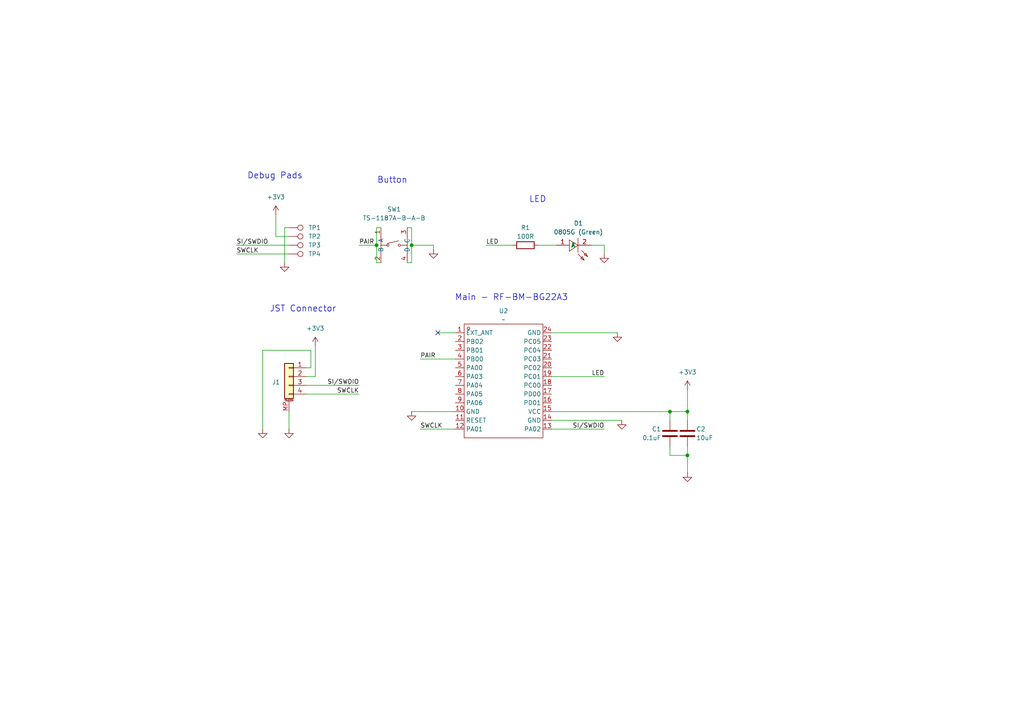
<source format=kicad_sch>
(kicad_sch
	(version 20250114)
	(generator "eeschema")
	(generator_version "9.0")
	(uuid "7c3d1c8e-55bc-4cdc-b9bc-12b66c58da63")
	(paper "A4")
	(title_block
		(title "WavePhoenix Mini Receiver MSBM Altboard")
		(date "2025-06-14")
		(rev "1.2")
	)
	(lib_symbols
		(symbol "Connector:TestPoint"
			(pin_numbers
				(hide yes)
			)
			(pin_names
				(offset 0.762)
				(hide yes)
			)
			(exclude_from_sim no)
			(in_bom yes)
			(on_board yes)
			(property "Reference" "TP"
				(at 0 6.858 0)
				(effects
					(font
						(size 1.27 1.27)
					)
				)
			)
			(property "Value" "TestPoint"
				(at 0 5.08 0)
				(effects
					(font
						(size 1.27 1.27)
					)
				)
			)
			(property "Footprint" ""
				(at 5.08 0 0)
				(effects
					(font
						(size 1.27 1.27)
					)
					(hide yes)
				)
			)
			(property "Datasheet" "~"
				(at 5.08 0 0)
				(effects
					(font
						(size 1.27 1.27)
					)
					(hide yes)
				)
			)
			(property "Description" "test point"
				(at 0 0 0)
				(effects
					(font
						(size 1.27 1.27)
					)
					(hide yes)
				)
			)
			(property "ki_keywords" "test point tp"
				(at 0 0 0)
				(effects
					(font
						(size 1.27 1.27)
					)
					(hide yes)
				)
			)
			(property "ki_fp_filters" "Pin* Test*"
				(at 0 0 0)
				(effects
					(font
						(size 1.27 1.27)
					)
					(hide yes)
				)
			)
			(symbol "TestPoint_0_1"
				(circle
					(center 0 3.302)
					(radius 0.762)
					(stroke
						(width 0)
						(type default)
					)
					(fill
						(type none)
					)
				)
			)
			(symbol "TestPoint_1_1"
				(pin passive line
					(at 0 0 90)
					(length 2.54)
					(name "1"
						(effects
							(font
								(size 1.27 1.27)
							)
						)
					)
					(number "1"
						(effects
							(font
								(size 1.27 1.27)
							)
						)
					)
				)
			)
			(embedded_fonts no)
		)
		(symbol "Connector_Generic_MountingPin:Conn_01x04_MountingPin"
			(pin_names
				(offset 1.016)
				(hide yes)
			)
			(exclude_from_sim no)
			(in_bom yes)
			(on_board yes)
			(property "Reference" "J"
				(at 0 5.08 0)
				(effects
					(font
						(size 1.27 1.27)
					)
				)
			)
			(property "Value" "Conn_01x04_MountingPin"
				(at 1.27 -7.62 0)
				(effects
					(font
						(size 1.27 1.27)
					)
					(justify left)
				)
			)
			(property "Footprint" ""
				(at 0 0 0)
				(effects
					(font
						(size 1.27 1.27)
					)
					(hide yes)
				)
			)
			(property "Datasheet" "~"
				(at 0 0 0)
				(effects
					(font
						(size 1.27 1.27)
					)
					(hide yes)
				)
			)
			(property "Description" "Generic connectable mounting pin connector, single row, 01x04, script generated (kicad-library-utils/schlib/autogen/connector/)"
				(at 0 0 0)
				(effects
					(font
						(size 1.27 1.27)
					)
					(hide yes)
				)
			)
			(property "ki_keywords" "connector"
				(at 0 0 0)
				(effects
					(font
						(size 1.27 1.27)
					)
					(hide yes)
				)
			)
			(property "ki_fp_filters" "Connector*:*_1x??-1MP*"
				(at 0 0 0)
				(effects
					(font
						(size 1.27 1.27)
					)
					(hide yes)
				)
			)
			(symbol "Conn_01x04_MountingPin_1_1"
				(rectangle
					(start -1.27 3.81)
					(end 1.27 -6.35)
					(stroke
						(width 0.254)
						(type default)
					)
					(fill
						(type background)
					)
				)
				(rectangle
					(start -1.27 2.667)
					(end 0 2.413)
					(stroke
						(width 0.1524)
						(type default)
					)
					(fill
						(type none)
					)
				)
				(rectangle
					(start -1.27 0.127)
					(end 0 -0.127)
					(stroke
						(width 0.1524)
						(type default)
					)
					(fill
						(type none)
					)
				)
				(rectangle
					(start -1.27 -2.413)
					(end 0 -2.667)
					(stroke
						(width 0.1524)
						(type default)
					)
					(fill
						(type none)
					)
				)
				(rectangle
					(start -1.27 -4.953)
					(end 0 -5.207)
					(stroke
						(width 0.1524)
						(type default)
					)
					(fill
						(type none)
					)
				)
				(polyline
					(pts
						(xy -1.016 -7.112) (xy 1.016 -7.112)
					)
					(stroke
						(width 0.1524)
						(type default)
					)
					(fill
						(type none)
					)
				)
				(text "Mounting"
					(at 0 -6.731 0)
					(effects
						(font
							(size 0.381 0.381)
						)
					)
				)
				(pin passive line
					(at -5.08 2.54 0)
					(length 3.81)
					(name "Pin_1"
						(effects
							(font
								(size 1.27 1.27)
							)
						)
					)
					(number "1"
						(effects
							(font
								(size 1.27 1.27)
							)
						)
					)
				)
				(pin passive line
					(at -5.08 0 0)
					(length 3.81)
					(name "Pin_2"
						(effects
							(font
								(size 1.27 1.27)
							)
						)
					)
					(number "2"
						(effects
							(font
								(size 1.27 1.27)
							)
						)
					)
				)
				(pin passive line
					(at -5.08 -2.54 0)
					(length 3.81)
					(name "Pin_3"
						(effects
							(font
								(size 1.27 1.27)
							)
						)
					)
					(number "3"
						(effects
							(font
								(size 1.27 1.27)
							)
						)
					)
				)
				(pin passive line
					(at -5.08 -5.08 0)
					(length 3.81)
					(name "Pin_4"
						(effects
							(font
								(size 1.27 1.27)
							)
						)
					)
					(number "4"
						(effects
							(font
								(size 1.27 1.27)
							)
						)
					)
				)
				(pin passive line
					(at 0 -10.16 90)
					(length 3.048)
					(name "MountPin"
						(effects
							(font
								(size 1.27 1.27)
							)
						)
					)
					(number "MP"
						(effects
							(font
								(size 1.27 1.27)
							)
						)
					)
				)
			)
			(embedded_fonts no)
		)
		(symbol "Device:C"
			(pin_numbers
				(hide yes)
			)
			(pin_names
				(offset 0.254)
			)
			(exclude_from_sim no)
			(in_bom yes)
			(on_board yes)
			(property "Reference" "C"
				(at 0.635 2.54 0)
				(effects
					(font
						(size 1.27 1.27)
					)
					(justify left)
				)
			)
			(property "Value" "C"
				(at 0.635 -2.54 0)
				(effects
					(font
						(size 1.27 1.27)
					)
					(justify left)
				)
			)
			(property "Footprint" ""
				(at 0.9652 -3.81 0)
				(effects
					(font
						(size 1.27 1.27)
					)
					(hide yes)
				)
			)
			(property "Datasheet" "~"
				(at 0 0 0)
				(effects
					(font
						(size 1.27 1.27)
					)
					(hide yes)
				)
			)
			(property "Description" "Unpolarized capacitor"
				(at 0 0 0)
				(effects
					(font
						(size 1.27 1.27)
					)
					(hide yes)
				)
			)
			(property "ki_keywords" "cap capacitor"
				(at 0 0 0)
				(effects
					(font
						(size 1.27 1.27)
					)
					(hide yes)
				)
			)
			(property "ki_fp_filters" "C_*"
				(at 0 0 0)
				(effects
					(font
						(size 1.27 1.27)
					)
					(hide yes)
				)
			)
			(symbol "C_0_1"
				(polyline
					(pts
						(xy -2.032 0.762) (xy 2.032 0.762)
					)
					(stroke
						(width 0.508)
						(type default)
					)
					(fill
						(type none)
					)
				)
				(polyline
					(pts
						(xy -2.032 -0.762) (xy 2.032 -0.762)
					)
					(stroke
						(width 0.508)
						(type default)
					)
					(fill
						(type none)
					)
				)
			)
			(symbol "C_1_1"
				(pin passive line
					(at 0 3.81 270)
					(length 2.794)
					(name "~"
						(effects
							(font
								(size 1.27 1.27)
							)
						)
					)
					(number "1"
						(effects
							(font
								(size 1.27 1.27)
							)
						)
					)
				)
				(pin passive line
					(at 0 -3.81 90)
					(length 2.794)
					(name "~"
						(effects
							(font
								(size 1.27 1.27)
							)
						)
					)
					(number "2"
						(effects
							(font
								(size 1.27 1.27)
							)
						)
					)
				)
			)
			(embedded_fonts no)
		)
		(symbol "Device:R"
			(pin_numbers
				(hide yes)
			)
			(pin_names
				(offset 0)
			)
			(exclude_from_sim no)
			(in_bom yes)
			(on_board yes)
			(property "Reference" "R"
				(at 2.032 0 90)
				(effects
					(font
						(size 1.27 1.27)
					)
				)
			)
			(property "Value" "R"
				(at 0 0 90)
				(effects
					(font
						(size 1.27 1.27)
					)
				)
			)
			(property "Footprint" ""
				(at -1.778 0 90)
				(effects
					(font
						(size 1.27 1.27)
					)
					(hide yes)
				)
			)
			(property "Datasheet" "~"
				(at 0 0 0)
				(effects
					(font
						(size 1.27 1.27)
					)
					(hide yes)
				)
			)
			(property "Description" "Resistor"
				(at 0 0 0)
				(effects
					(font
						(size 1.27 1.27)
					)
					(hide yes)
				)
			)
			(property "ki_keywords" "R res resistor"
				(at 0 0 0)
				(effects
					(font
						(size 1.27 1.27)
					)
					(hide yes)
				)
			)
			(property "ki_fp_filters" "R_*"
				(at 0 0 0)
				(effects
					(font
						(size 1.27 1.27)
					)
					(hide yes)
				)
			)
			(symbol "R_0_1"
				(rectangle
					(start -1.016 -2.54)
					(end 1.016 2.54)
					(stroke
						(width 0.254)
						(type default)
					)
					(fill
						(type none)
					)
				)
			)
			(symbol "R_1_1"
				(pin passive line
					(at 0 3.81 270)
					(length 1.27)
					(name "~"
						(effects
							(font
								(size 1.27 1.27)
							)
						)
					)
					(number "1"
						(effects
							(font
								(size 1.27 1.27)
							)
						)
					)
				)
				(pin passive line
					(at 0 -3.81 90)
					(length 1.27)
					(name "~"
						(effects
							(font
								(size 1.27 1.27)
							)
						)
					)
					(number "2"
						(effects
							(font
								(size 1.27 1.27)
							)
						)
					)
				)
			)
			(embedded_fonts no)
		)
		(symbol "LED:0805G(Green)"
			(exclude_from_sim no)
			(in_bom yes)
			(on_board yes)
			(property "Reference" "LED"
				(at 0 5.08 0)
				(effects
					(font
						(size 1.27 1.27)
					)
				)
			)
			(property "Value" "0805G (Green)"
				(at 0 -5.08 0)
				(effects
					(font
						(size 1.27 1.27)
					)
				)
			)
			(property "Footprint" "easyeda2kicad:LED0805-R-RD"
				(at 0 -7.62 0)
				(effects
					(font
						(size 1.27 1.27)
					)
					(hide yes)
				)
			)
			(property "Datasheet" "https://lcsc.com/product-detail/Light-Emitting-Diodes-LED_Green-0805-Highlighted_C2297.html"
				(at 0 -10.16 0)
				(effects
					(font
						(size 1.27 1.27)
					)
					(hide yes)
				)
			)
			(property "Description" ""
				(at 0 0 0)
				(effects
					(font
						(size 1.27 1.27)
					)
					(hide yes)
				)
			)
			(property "LCSC Part" "C2297"
				(at 0 -12.7 0)
				(effects
					(font
						(size 1.27 1.27)
					)
					(hide yes)
				)
			)
			(symbol "0805G(Green)_0_1"
				(polyline
					(pts
						(xy -4.06 3.3) (xy -3.05 2.79) (xy -3.56 2.29) (xy -4.06 3.3)
					)
					(stroke
						(width 0)
						(type default)
					)
					(fill
						(type background)
					)
				)
				(polyline
					(pts
						(xy -3.05 4.32) (xy -2.03 3.81) (xy -2.54 3.3) (xy -3.05 4.32)
					)
					(stroke
						(width 0)
						(type default)
					)
					(fill
						(type background)
					)
				)
				(polyline
					(pts
						(xy -2.29 1.52) (xy -4.06 3.3)
					)
					(stroke
						(width 0)
						(type default)
					)
					(fill
						(type none)
					)
				)
				(polyline
					(pts
						(xy -1.27 2.54) (xy -3.05 4.32)
					)
					(stroke
						(width 0)
						(type default)
					)
					(fill
						(type none)
					)
				)
				(polyline
					(pts
						(xy -1.27 2.03) (xy -1.27 -2.03)
					)
					(stroke
						(width 0)
						(type default)
					)
					(fill
						(type none)
					)
				)
				(polyline
					(pts
						(xy 1.27 -1.52) (xy -1.27 0) (xy 1.27 1.78) (xy 1.27 -1.52)
					)
					(stroke
						(width 0)
						(type default)
					)
					(fill
						(type background)
					)
				)
				(pin unspecified line
					(at -5.08 0 0)
					(length 3.81)
					(name "K"
						(effects
							(font
								(size 1.27 1.27)
							)
						)
					)
					(number "2"
						(effects
							(font
								(size 1.27 1.27)
							)
						)
					)
				)
				(pin unspecified line
					(at 5.08 0 180)
					(length 3.81)
					(name "A"
						(effects
							(font
								(size 1.27 1.27)
							)
						)
					)
					(number "1"
						(effects
							(font
								(size 1.27 1.27)
							)
						)
					)
				)
			)
			(embedded_fonts no)
		)
		(symbol "RF-BM-BG22C3:RF-BM-BG22A3_C5441203"
			(exclude_from_sim no)
			(in_bom yes)
			(on_board yes)
			(property "Reference" "U"
				(at 0 0 0)
				(effects
					(font
						(size 1.27 1.27)
					)
				)
			)
			(property "Value" "RF-BM-BG22A3"
				(at 0 0 0)
				(effects
					(font
						(size 1.27 1.27)
					)
				)
			)
			(property "Footprint" "ProLib_pcs_2025-05-12:BULETM-SMD_RF-BM-BG22A1"
				(at 0 0 0)
				(effects
					(font
						(size 1.27 1.27)
					)
					(hide yes)
				)
			)
			(property "Datasheet" "https://atta.szlcsc.com/upload/public/pdf/source/20230331/DFB071C70F1AE8764859F6516F0622E9.pdf"
				(at 0 0 0)
				(effects
					(font
						(size 1.27 1.27)
					)
					(hide yes)
				)
			)
			(property "Description" ""
				(at 0 0 0)
				(effects
					(font
						(size 1.27 1.27)
					)
					(hide yes)
				)
			)
			(property "Manufacturer Part" "RF-BM-BG22A3"
				(at 0 0 0)
				(effects
					(font
						(size 1.27 1.27)
					)
					(hide yes)
				)
			)
			(property "Manufacturer" "RF-star(信驰达)"
				(at 0 0 0)
				(effects
					(font
						(size 1.27 1.27)
					)
					(hide yes)
				)
			)
			(property "Supplier Part" "C5441203"
				(at 0 0 0)
				(effects
					(font
						(size 1.27 1.27)
					)
					(hide yes)
				)
			)
			(property "Supplier" "LCSC"
				(at 0 0 0)
				(effects
					(font
						(size 1.27 1.27)
					)
					(hide yes)
				)
			)
			(property "LCSC Part Name" "EFR32BG22串口透传I2C透传蓝牙模块"
				(at 0 0 0)
				(effects
					(font
						(size 1.27 1.27)
					)
					(hide yes)
				)
			)
			(property "LCSC Part" "C5441203"
				(at 0 0 0)
				(effects
					(font
						(size 1.27 1.27)
					)
					(hide yes)
				)
			)
			(symbol "RF-BM-BG22A3_C5441203_1_0"
				(rectangle
					(start -11.43 16.51)
					(end 11.43 -16.51)
					(stroke
						(width 0)
						(type default)
					)
					(fill
						(type none)
					)
				)
				(circle
					(center -10.16 15.24)
					(radius 0.381)
					(stroke
						(width 0)
						(type default)
					)
					(fill
						(type none)
					)
				)
				(pin unspecified line
					(at -13.97 13.97 0)
					(length 2.54)
					(name "EXT_ANT"
						(effects
							(font
								(size 1.27 1.27)
							)
						)
					)
					(number "1"
						(effects
							(font
								(size 1.27 1.27)
							)
						)
					)
				)
				(pin unspecified line
					(at -13.97 11.43 0)
					(length 2.54)
					(name "PB02"
						(effects
							(font
								(size 1.27 1.27)
							)
						)
					)
					(number "2"
						(effects
							(font
								(size 1.27 1.27)
							)
						)
					)
				)
				(pin unspecified line
					(at -13.97 8.89 0)
					(length 2.54)
					(name "PB01"
						(effects
							(font
								(size 1.27 1.27)
							)
						)
					)
					(number "3"
						(effects
							(font
								(size 1.27 1.27)
							)
						)
					)
				)
				(pin unspecified line
					(at -13.97 6.35 0)
					(length 2.54)
					(name "PB00"
						(effects
							(font
								(size 1.27 1.27)
							)
						)
					)
					(number "4"
						(effects
							(font
								(size 1.27 1.27)
							)
						)
					)
				)
				(pin unspecified line
					(at -13.97 3.81 0)
					(length 2.54)
					(name "PA00"
						(effects
							(font
								(size 1.27 1.27)
							)
						)
					)
					(number "5"
						(effects
							(font
								(size 1.27 1.27)
							)
						)
					)
				)
				(pin unspecified line
					(at -13.97 1.27 0)
					(length 2.54)
					(name "PA03"
						(effects
							(font
								(size 1.27 1.27)
							)
						)
					)
					(number "6"
						(effects
							(font
								(size 1.27 1.27)
							)
						)
					)
				)
				(pin unspecified line
					(at -13.97 -1.27 0)
					(length 2.54)
					(name "PA04"
						(effects
							(font
								(size 1.27 1.27)
							)
						)
					)
					(number "7"
						(effects
							(font
								(size 1.27 1.27)
							)
						)
					)
				)
				(pin unspecified line
					(at -13.97 -3.81 0)
					(length 2.54)
					(name "PA05"
						(effects
							(font
								(size 1.27 1.27)
							)
						)
					)
					(number "8"
						(effects
							(font
								(size 1.27 1.27)
							)
						)
					)
				)
				(pin unspecified line
					(at -13.97 -6.35 0)
					(length 2.54)
					(name "PA06"
						(effects
							(font
								(size 1.27 1.27)
							)
						)
					)
					(number "9"
						(effects
							(font
								(size 1.27 1.27)
							)
						)
					)
				)
				(pin unspecified line
					(at -13.97 -8.89 0)
					(length 2.54)
					(name "GND"
						(effects
							(font
								(size 1.27 1.27)
							)
						)
					)
					(number "10"
						(effects
							(font
								(size 1.27 1.27)
							)
						)
					)
				)
				(pin unspecified line
					(at -13.97 -11.43 0)
					(length 2.54)
					(name "RESET"
						(effects
							(font
								(size 1.27 1.27)
							)
						)
					)
					(number "11"
						(effects
							(font
								(size 1.27 1.27)
							)
						)
					)
				)
				(pin unspecified line
					(at -13.97 -13.97 0)
					(length 2.54)
					(name "PA01"
						(effects
							(font
								(size 1.27 1.27)
							)
						)
					)
					(number "12"
						(effects
							(font
								(size 1.27 1.27)
							)
						)
					)
				)
				(pin unspecified line
					(at 13.97 13.97 180)
					(length 2.54)
					(name "GND"
						(effects
							(font
								(size 1.27 1.27)
							)
						)
					)
					(number "24"
						(effects
							(font
								(size 1.27 1.27)
							)
						)
					)
				)
				(pin unspecified line
					(at 13.97 11.43 180)
					(length 2.54)
					(name "PC05"
						(effects
							(font
								(size 1.27 1.27)
							)
						)
					)
					(number "23"
						(effects
							(font
								(size 1.27 1.27)
							)
						)
					)
				)
				(pin unspecified line
					(at 13.97 8.89 180)
					(length 2.54)
					(name "PC04"
						(effects
							(font
								(size 1.27 1.27)
							)
						)
					)
					(number "22"
						(effects
							(font
								(size 1.27 1.27)
							)
						)
					)
				)
				(pin unspecified line
					(at 13.97 6.35 180)
					(length 2.54)
					(name "PC03"
						(effects
							(font
								(size 1.27 1.27)
							)
						)
					)
					(number "21"
						(effects
							(font
								(size 1.27 1.27)
							)
						)
					)
				)
				(pin unspecified line
					(at 13.97 3.81 180)
					(length 2.54)
					(name "PC02"
						(effects
							(font
								(size 1.27 1.27)
							)
						)
					)
					(number "20"
						(effects
							(font
								(size 1.27 1.27)
							)
						)
					)
				)
				(pin unspecified line
					(at 13.97 1.27 180)
					(length 2.54)
					(name "PC01"
						(effects
							(font
								(size 1.27 1.27)
							)
						)
					)
					(number "19"
						(effects
							(font
								(size 1.27 1.27)
							)
						)
					)
				)
				(pin unspecified line
					(at 13.97 -1.27 180)
					(length 2.54)
					(name "PC00"
						(effects
							(font
								(size 1.27 1.27)
							)
						)
					)
					(number "18"
						(effects
							(font
								(size 1.27 1.27)
							)
						)
					)
				)
				(pin unspecified line
					(at 13.97 -3.81 180)
					(length 2.54)
					(name "PD00"
						(effects
							(font
								(size 1.27 1.27)
							)
						)
					)
					(number "17"
						(effects
							(font
								(size 1.27 1.27)
							)
						)
					)
				)
				(pin unspecified line
					(at 13.97 -6.35 180)
					(length 2.54)
					(name "PD01"
						(effects
							(font
								(size 1.27 1.27)
							)
						)
					)
					(number "16"
						(effects
							(font
								(size 1.27 1.27)
							)
						)
					)
				)
				(pin unspecified line
					(at 13.97 -8.89 180)
					(length 2.54)
					(name "VCC"
						(effects
							(font
								(size 1.27 1.27)
							)
						)
					)
					(number "15"
						(effects
							(font
								(size 1.27 1.27)
							)
						)
					)
				)
				(pin unspecified line
					(at 13.97 -11.43 180)
					(length 2.54)
					(name "GND"
						(effects
							(font
								(size 1.27 1.27)
							)
						)
					)
					(number "14"
						(effects
							(font
								(size 1.27 1.27)
							)
						)
					)
				)
				(pin unspecified line
					(at 13.97 -13.97 180)
					(length 2.54)
					(name "PA02"
						(effects
							(font
								(size 1.27 1.27)
							)
						)
					)
					(number "13"
						(effects
							(font
								(size 1.27 1.27)
							)
						)
					)
				)
			)
			(embedded_fonts no)
		)
		(symbol "TS-1187A-B-A-B:TS-1187A-B-A-B"
			(exclude_from_sim no)
			(in_bom yes)
			(on_board yes)
			(property "Reference" "SW"
				(at 0 7.62 0)
				(effects
					(font
						(size 1.27 1.27)
					)
				)
			)
			(property "Value" "TS-1187A-B-A-B"
				(at 0 -10.16 0)
				(effects
					(font
						(size 1.27 1.27)
					)
				)
			)
			(property "Footprint" "easyeda2kicad:SW-SMD_4P-L5.1-W5.1-P3.70-LS6.5-TL-2"
				(at 0 -12.7 0)
				(effects
					(font
						(size 1.27 1.27)
					)
					(hide yes)
				)
			)
			(property "Datasheet" "https://lcsc.com/product-detail/Tactile-Switches_XKB-Enterprise-TS-1187-B-A-A_C318884.html"
				(at 0 -15.24 0)
				(effects
					(font
						(size 1.27 1.27)
					)
					(hide yes)
				)
			)
			(property "Description" ""
				(at 0 0 0)
				(effects
					(font
						(size 1.27 1.27)
					)
					(hide yes)
				)
			)
			(property "LCSC Part" "C318884"
				(at 0 -17.78 0)
				(effects
					(font
						(size 1.27 1.27)
					)
					(hide yes)
				)
			)
			(symbol "TS-1187A-B-A-B_0_1"
				(polyline
					(pts
						(xy -2.54 2.54) (xy 2.54 2.54)
					)
					(stroke
						(width 0)
						(type default)
					)
					(fill
						(type none)
					)
				)
				(polyline
					(pts
						(xy -2.54 -5.08) (xy 2.54 -5.08)
					)
					(stroke
						(width 0)
						(type default)
					)
					(fill
						(type none)
					)
				)
				(polyline
					(pts
						(xy -0.51 0.76) (xy -1.27 -2.54)
					)
					(stroke
						(width 0)
						(type default)
					)
					(fill
						(type none)
					)
				)
				(polyline
					(pts
						(xy 0 0.76) (xy 0 2.54)
					)
					(stroke
						(width 0)
						(type default)
					)
					(fill
						(type none)
					)
				)
				(circle
					(center 0 0.51)
					(radius 0.32)
					(stroke
						(width 0)
						(type default)
					)
					(fill
						(type none)
					)
				)
				(circle
					(center 0 -2.79)
					(radius 0.32)
					(stroke
						(width 0)
						(type default)
					)
					(fill
						(type none)
					)
				)
				(polyline
					(pts
						(xy 0 -3.3) (xy 0 -5.08)
					)
					(stroke
						(width 0)
						(type default)
					)
					(fill
						(type none)
					)
				)
				(pin unspecified line
					(at -5.08 2.54 0)
					(length 2.54)
					(name "A"
						(effects
							(font
								(size 1.27 1.27)
							)
						)
					)
					(number "1"
						(effects
							(font
								(size 1.27 1.27)
							)
						)
					)
				)
				(pin unspecified line
					(at -5.08 -5.08 0)
					(length 2.54)
					(name "C"
						(effects
							(font
								(size 1.27 1.27)
							)
						)
					)
					(number "3"
						(effects
							(font
								(size 1.27 1.27)
							)
						)
					)
				)
				(pin unspecified line
					(at 5.08 2.54 180)
					(length 2.54)
					(name "B"
						(effects
							(font
								(size 1.27 1.27)
							)
						)
					)
					(number "2"
						(effects
							(font
								(size 1.27 1.27)
							)
						)
					)
				)
				(pin unspecified line
					(at 5.08 -5.08 180)
					(length 2.54)
					(name "D"
						(effects
							(font
								(size 1.27 1.27)
							)
						)
					)
					(number "4"
						(effects
							(font
								(size 1.27 1.27)
							)
						)
					)
				)
			)
			(embedded_fonts no)
		)
		(symbol "power:+3V3"
			(power)
			(pin_numbers
				(hide yes)
			)
			(pin_names
				(offset 0)
				(hide yes)
			)
			(exclude_from_sim no)
			(in_bom yes)
			(on_board yes)
			(property "Reference" "#PWR"
				(at 0 -3.81 0)
				(effects
					(font
						(size 1.27 1.27)
					)
					(hide yes)
				)
			)
			(property "Value" "+3V3"
				(at 0 3.556 0)
				(effects
					(font
						(size 1.27 1.27)
					)
				)
			)
			(property "Footprint" ""
				(at 0 0 0)
				(effects
					(font
						(size 1.27 1.27)
					)
					(hide yes)
				)
			)
			(property "Datasheet" ""
				(at 0 0 0)
				(effects
					(font
						(size 1.27 1.27)
					)
					(hide yes)
				)
			)
			(property "Description" "Power symbol creates a global label with name \"+3V3\""
				(at 0 0 0)
				(effects
					(font
						(size 1.27 1.27)
					)
					(hide yes)
				)
			)
			(property "ki_keywords" "global power"
				(at 0 0 0)
				(effects
					(font
						(size 1.27 1.27)
					)
					(hide yes)
				)
			)
			(symbol "+3V3_0_1"
				(polyline
					(pts
						(xy -0.762 1.27) (xy 0 2.54)
					)
					(stroke
						(width 0)
						(type default)
					)
					(fill
						(type none)
					)
				)
				(polyline
					(pts
						(xy 0 2.54) (xy 0.762 1.27)
					)
					(stroke
						(width 0)
						(type default)
					)
					(fill
						(type none)
					)
				)
				(polyline
					(pts
						(xy 0 0) (xy 0 2.54)
					)
					(stroke
						(width 0)
						(type default)
					)
					(fill
						(type none)
					)
				)
			)
			(symbol "+3V3_1_1"
				(pin power_in line
					(at 0 0 90)
					(length 0)
					(name "~"
						(effects
							(font
								(size 1.27 1.27)
							)
						)
					)
					(number "1"
						(effects
							(font
								(size 1.27 1.27)
							)
						)
					)
				)
			)
			(embedded_fonts no)
		)
		(symbol "power:GND"
			(power)
			(pin_numbers
				(hide yes)
			)
			(pin_names
				(offset 0)
				(hide yes)
			)
			(exclude_from_sim no)
			(in_bom yes)
			(on_board yes)
			(property "Reference" "#PWR"
				(at 0 -6.35 0)
				(effects
					(font
						(size 1.27 1.27)
					)
					(hide yes)
				)
			)
			(property "Value" "GND"
				(at 0 -3.81 0)
				(effects
					(font
						(size 1.27 1.27)
					)
				)
			)
			(property "Footprint" ""
				(at 0 0 0)
				(effects
					(font
						(size 1.27 1.27)
					)
					(hide yes)
				)
			)
			(property "Datasheet" ""
				(at 0 0 0)
				(effects
					(font
						(size 1.27 1.27)
					)
					(hide yes)
				)
			)
			(property "Description" "Power symbol creates a global label with name \"GND\" , ground"
				(at 0 0 0)
				(effects
					(font
						(size 1.27 1.27)
					)
					(hide yes)
				)
			)
			(property "ki_keywords" "global power"
				(at 0 0 0)
				(effects
					(font
						(size 1.27 1.27)
					)
					(hide yes)
				)
			)
			(symbol "GND_0_1"
				(polyline
					(pts
						(xy 0 0) (xy 0 -1.27) (xy 1.27 -1.27) (xy 0 -2.54) (xy -1.27 -1.27) (xy 0 -1.27)
					)
					(stroke
						(width 0)
						(type default)
					)
					(fill
						(type none)
					)
				)
			)
			(symbol "GND_1_1"
				(pin power_in line
					(at 0 0 270)
					(length 0)
					(name "~"
						(effects
							(font
								(size 1.27 1.27)
							)
						)
					)
					(number "1"
						(effects
							(font
								(size 1.27 1.27)
							)
						)
					)
				)
			)
			(embedded_fonts no)
		)
	)
	(text "Debug Pads\n"
		(exclude_from_sim no)
		(at 79.756 51.054 0)
		(effects
			(font
				(size 1.778 1.778)
				(thickness 0.1588)
			)
		)
		(uuid "27168d47-4957-4911-95cb-e0dd3bf663af")
	)
	(text "Main - RF-BM-BG22A3"
		(exclude_from_sim no)
		(at 148.336 86.36 0)
		(effects
			(font
				(size 1.778 1.778)
				(thickness 0.1588)
			)
		)
		(uuid "4614f4b0-1e74-4a38-9c59-193cc636c565")
	)
	(text "LED\n"
		(exclude_from_sim no)
		(at 155.956 57.912 0)
		(effects
			(font
				(size 1.778 1.778)
				(thickness 0.1588)
			)
		)
		(uuid "6049ad1b-8318-4519-b525-5176c369c782")
	)
	(text "Button\n"
		(exclude_from_sim no)
		(at 113.792 52.324 0)
		(effects
			(font
				(size 1.778 1.778)
				(thickness 0.1588)
			)
		)
		(uuid "dc8db238-edf7-43c7-aca2-84131082b1b0")
	)
	(text "JST Connector\n"
		(exclude_from_sim no)
		(at 87.884 89.662 0)
		(effects
			(font
				(size 1.778 1.778)
				(thickness 0.1588)
			)
		)
		(uuid "e80ef337-4768-4396-a7af-21d05ac5e5b2")
	)
	(junction
		(at 194.31 119.38)
		(diameter 0)
		(color 0 0 0 0)
		(uuid "5ec60669-e922-40b4-9766-193a010b005c")
	)
	(junction
		(at 119.38 71.12)
		(diameter 0)
		(color 0 0 0 0)
		(uuid "a058b8b4-cc3d-4688-8158-e8cf57130291")
	)
	(junction
		(at 109.22 71.12)
		(diameter 0)
		(color 0 0 0 0)
		(uuid "c779ed99-44b7-41a8-922e-e9c505a08c98")
	)
	(junction
		(at 199.39 132.08)
		(diameter 0)
		(color 0 0 0 0)
		(uuid "d747d0bb-f7bf-412f-8899-42a8a5c2f6d9")
	)
	(junction
		(at 199.39 119.38)
		(diameter 0)
		(color 0 0 0 0)
		(uuid "f19c123b-a714-4c4b-a384-5eedad810cc4")
	)
	(no_connect
		(at 127 96.52)
		(uuid "efe4d785-e0eb-40f3-a4ca-4257d7aff854")
	)
	(wire
		(pts
			(xy 194.31 129.54) (xy 194.31 132.08)
		)
		(stroke
			(width 0)
			(type default)
		)
		(uuid "01925904-1307-496d-9472-2bdd0a56d0ba")
	)
	(wire
		(pts
			(xy 160.02 124.46) (xy 175.26 124.46)
		)
		(stroke
			(width 0)
			(type default)
		)
		(uuid "0345f4a3-7c7a-4641-9363-1c275d06852e")
	)
	(wire
		(pts
			(xy 109.22 66.04) (xy 110.49 66.04)
		)
		(stroke
			(width 0)
			(type default)
		)
		(uuid "0c48c7a5-9402-4cdb-9ba6-f83aa4e2ab4a")
	)
	(wire
		(pts
			(xy 80.01 68.58) (xy 80.01 62.23)
		)
		(stroke
			(width 0)
			(type default)
		)
		(uuid "105c9137-0f46-40a0-b29f-dda5bfcd4b8c")
	)
	(wire
		(pts
			(xy 119.38 71.12) (xy 119.38 66.04)
		)
		(stroke
			(width 0)
			(type default)
		)
		(uuid "13080a21-59d8-4e07-98fd-fd924a8066fa")
	)
	(wire
		(pts
			(xy 119.38 71.12) (xy 125.73 71.12)
		)
		(stroke
			(width 0)
			(type default)
		)
		(uuid "137b0d33-1d39-444c-b7a3-a2810f0a6ce5")
	)
	(wire
		(pts
			(xy 119.38 76.2) (xy 119.38 71.12)
		)
		(stroke
			(width 0)
			(type default)
		)
		(uuid "14c72891-a673-40af-9f1f-814daf4bc173")
	)
	(wire
		(pts
			(xy 194.31 132.08) (xy 199.39 132.08)
		)
		(stroke
			(width 0)
			(type default)
		)
		(uuid "17303d7a-795b-47ee-a54f-12f798a30f37")
	)
	(wire
		(pts
			(xy 140.97 71.12) (xy 148.59 71.12)
		)
		(stroke
			(width 0)
			(type default)
		)
		(uuid "1b0316e2-258a-46c0-8b3e-0402de6c584e")
	)
	(wire
		(pts
			(xy 119.38 119.38) (xy 132.08 119.38)
		)
		(stroke
			(width 0)
			(type default)
		)
		(uuid "1bc226e3-53bc-4208-9d72-731e5e48633b")
	)
	(wire
		(pts
			(xy 76.2 101.6) (xy 90.17 101.6)
		)
		(stroke
			(width 0)
			(type default)
		)
		(uuid "240f7b79-1421-4561-b452-01c5e887de7d")
	)
	(wire
		(pts
			(xy 90.17 106.68) (xy 88.9 106.68)
		)
		(stroke
			(width 0)
			(type default)
		)
		(uuid "26bccefa-ad7f-4430-9e9b-9429a01a6a94")
	)
	(wire
		(pts
			(xy 91.44 100.33) (xy 91.44 109.22)
		)
		(stroke
			(width 0)
			(type default)
		)
		(uuid "3554045c-5f5b-414f-97d2-f8f4eb152109")
	)
	(wire
		(pts
			(xy 119.38 66.04) (xy 118.11 66.04)
		)
		(stroke
			(width 0)
			(type default)
		)
		(uuid "35bd81d3-1f3d-4607-8b15-313ed7861919")
	)
	(wire
		(pts
			(xy 156.21 71.12) (xy 161.29 71.12)
		)
		(stroke
			(width 0)
			(type default)
		)
		(uuid "3d79b230-8337-431b-90ba-0a7711947404")
	)
	(wire
		(pts
			(xy 194.31 119.38) (xy 199.39 119.38)
		)
		(stroke
			(width 0)
			(type default)
		)
		(uuid "49da0e65-8c8b-4958-95a9-c26be21f7b50")
	)
	(wire
		(pts
			(xy 82.55 66.04) (xy 82.55 76.2)
		)
		(stroke
			(width 0)
			(type default)
		)
		(uuid "513f63e7-7d81-474b-b192-9fc19a416699")
	)
	(wire
		(pts
			(xy 127 96.52) (xy 132.08 96.52)
		)
		(stroke
			(width 0)
			(type default)
		)
		(uuid "541c3005-c280-4973-ad01-72f12a73fcb1")
	)
	(wire
		(pts
			(xy 199.39 132.08) (xy 199.39 137.16)
		)
		(stroke
			(width 0)
			(type default)
		)
		(uuid "55fe1d73-3cc8-4f4d-9ddc-4e2255f4f7c1")
	)
	(wire
		(pts
			(xy 160.02 121.92) (xy 180.34 121.92)
		)
		(stroke
			(width 0)
			(type default)
		)
		(uuid "5721e3ed-f378-400b-802b-660a22aad9e2")
	)
	(wire
		(pts
			(xy 160.02 119.38) (xy 194.31 119.38)
		)
		(stroke
			(width 0)
			(type default)
		)
		(uuid "58c40cca-3416-47e9-9942-6e17f0a6efb9")
	)
	(wire
		(pts
			(xy 109.22 71.12) (xy 109.22 66.04)
		)
		(stroke
			(width 0)
			(type default)
		)
		(uuid "74afd19a-5a82-401a-8ddc-9867fd113af2")
	)
	(wire
		(pts
			(xy 160.02 109.22) (xy 175.26 109.22)
		)
		(stroke
			(width 0)
			(type default)
		)
		(uuid "7c593b1e-4d51-49ac-b5cf-8c1b605ab942")
	)
	(wire
		(pts
			(xy 175.26 73.66) (xy 175.26 71.12)
		)
		(stroke
			(width 0)
			(type default)
		)
		(uuid "8e8d99ab-3a6f-46df-82a3-d6b5283484c2")
	)
	(wire
		(pts
			(xy 83.82 124.46) (xy 83.82 119.38)
		)
		(stroke
			(width 0)
			(type default)
		)
		(uuid "8f2a7789-4ca2-431c-80dc-4b7986e82679")
	)
	(wire
		(pts
			(xy 121.92 124.46) (xy 132.08 124.46)
		)
		(stroke
			(width 0)
			(type default)
		)
		(uuid "8f3b4185-d660-4842-bbaa-b05c84c3ed6e")
	)
	(wire
		(pts
			(xy 90.17 101.6) (xy 90.17 106.68)
		)
		(stroke
			(width 0)
			(type default)
		)
		(uuid "938458cd-644d-446a-b0a6-e2d5c6988c60")
	)
	(wire
		(pts
			(xy 118.11 76.2) (xy 119.38 76.2)
		)
		(stroke
			(width 0)
			(type default)
		)
		(uuid "969da9d1-a3d2-42ad-8834-c528c258dd31")
	)
	(wire
		(pts
			(xy 83.82 66.04) (xy 82.55 66.04)
		)
		(stroke
			(width 0)
			(type default)
		)
		(uuid "a28ced92-2482-42d2-91bd-c4cf741756b7")
	)
	(wire
		(pts
			(xy 68.58 73.66) (xy 83.82 73.66)
		)
		(stroke
			(width 0)
			(type default)
		)
		(uuid "a3253afe-6855-4d01-acf1-fc572fff6418")
	)
	(wire
		(pts
			(xy 110.49 76.2) (xy 109.22 76.2)
		)
		(stroke
			(width 0)
			(type default)
		)
		(uuid "ac248072-cefe-4790-a8c8-d849eb0ff40d")
	)
	(wire
		(pts
			(xy 171.45 71.12) (xy 175.26 71.12)
		)
		(stroke
			(width 0)
			(type default)
		)
		(uuid "b500a024-3997-4fdc-8ff2-e788d0d147cb")
	)
	(wire
		(pts
			(xy 194.31 119.38) (xy 194.31 121.92)
		)
		(stroke
			(width 0)
			(type default)
		)
		(uuid "b9e783cc-89d0-4e5c-9174-a3451b59e403")
	)
	(wire
		(pts
			(xy 104.14 71.12) (xy 109.22 71.12)
		)
		(stroke
			(width 0)
			(type default)
		)
		(uuid "bac2f160-43f3-464d-a991-e17dee62a209")
	)
	(wire
		(pts
			(xy 88.9 114.3) (xy 104.14 114.3)
		)
		(stroke
			(width 0)
			(type default)
		)
		(uuid "bb3fb96f-0c4e-4e5e-9e47-77637d2e0b9d")
	)
	(wire
		(pts
			(xy 199.39 132.08) (xy 199.39 129.54)
		)
		(stroke
			(width 0)
			(type default)
		)
		(uuid "c15d6151-6509-47a2-907f-c505329ec893")
	)
	(wire
		(pts
			(xy 68.58 71.12) (xy 83.82 71.12)
		)
		(stroke
			(width 0)
			(type default)
		)
		(uuid "c2431a01-2f03-4b80-9399-189fd50643c6")
	)
	(wire
		(pts
			(xy 125.73 71.12) (xy 125.73 72.39)
		)
		(stroke
			(width 0)
			(type default)
		)
		(uuid "c76fd527-1b5f-4bf6-93df-4b36ff5cdd59")
	)
	(wire
		(pts
			(xy 121.92 104.14) (xy 132.08 104.14)
		)
		(stroke
			(width 0)
			(type default)
		)
		(uuid "d62fe763-dbc1-4ed3-9e55-540f76c045fe")
	)
	(wire
		(pts
			(xy 88.9 111.76) (xy 104.14 111.76)
		)
		(stroke
			(width 0)
			(type default)
		)
		(uuid "d8484a4d-a309-4742-a72d-d1aab1552485")
	)
	(wire
		(pts
			(xy 88.9 109.22) (xy 91.44 109.22)
		)
		(stroke
			(width 0)
			(type default)
		)
		(uuid "e1b9d74b-0030-4b0d-b21b-3bed410bb308")
	)
	(wire
		(pts
			(xy 109.22 76.2) (xy 109.22 71.12)
		)
		(stroke
			(width 0)
			(type default)
		)
		(uuid "e56eb394-7a23-4ce8-a679-d2214416a22a")
	)
	(wire
		(pts
			(xy 76.2 101.6) (xy 76.2 124.46)
		)
		(stroke
			(width 0)
			(type default)
		)
		(uuid "ef12460d-1e58-423a-a315-9abcd8a30325")
	)
	(wire
		(pts
			(xy 199.39 119.38) (xy 199.39 121.92)
		)
		(stroke
			(width 0)
			(type default)
		)
		(uuid "eff88637-23c5-48fd-bf63-a62a45fa723f")
	)
	(wire
		(pts
			(xy 199.39 113.03) (xy 199.39 119.38)
		)
		(stroke
			(width 0)
			(type default)
		)
		(uuid "f3438293-93a0-49ac-a8b4-3d9c36882726")
	)
	(wire
		(pts
			(xy 160.02 96.52) (xy 179.07 96.52)
		)
		(stroke
			(width 0)
			(type default)
		)
		(uuid "f3e11f54-6402-4087-8c3a-387ed139785a")
	)
	(wire
		(pts
			(xy 83.82 68.58) (xy 80.01 68.58)
		)
		(stroke
			(width 0)
			(type default)
		)
		(uuid "fbe8b4e2-be9a-4c3e-96d8-e11949460b74")
	)
	(label "SI{slash}SWDIO"
		(at 68.58 71.12 0)
		(effects
			(font
				(size 1.27 1.27)
			)
			(justify left bottom)
		)
		(uuid "1f40b4bb-6f01-474d-b65e-cdb564772535")
	)
	(label "SWCLK"
		(at 68.58 73.66 0)
		(effects
			(font
				(size 1.27 1.27)
			)
			(justify left bottom)
		)
		(uuid "30f5e207-3f9b-4553-9514-9ce1571460af")
	)
	(label "LED"
		(at 140.97 71.12 0)
		(effects
			(font
				(size 1.27 1.27)
			)
			(justify left bottom)
		)
		(uuid "3b2065e6-fb31-4d9c-9148-6b6c884233fa")
	)
	(label "PAIR"
		(at 104.14 71.12 0)
		(effects
			(font
				(size 1.27 1.27)
			)
			(justify left bottom)
		)
		(uuid "43e11524-4834-470d-8ecd-707984db7837")
	)
	(label "PAIR"
		(at 121.92 104.14 0)
		(effects
			(font
				(size 1.27 1.27)
			)
			(justify left bottom)
		)
		(uuid "61a3f7e0-de26-4d17-b35f-7e8e646adf7a")
	)
	(label "SWCLK"
		(at 104.14 114.3 180)
		(effects
			(font
				(size 1.27 1.27)
			)
			(justify right bottom)
		)
		(uuid "904bb579-7a79-4a21-a665-e2f8f4a6f819")
	)
	(label "SWCLK"
		(at 121.92 124.46 0)
		(effects
			(font
				(size 1.27 1.27)
			)
			(justify left bottom)
		)
		(uuid "9ec9f91d-5571-4bbd-9c4e-524e3ee3df4b")
	)
	(label "SI{slash}SWDIO"
		(at 175.26 124.46 180)
		(effects
			(font
				(size 1.27 1.27)
			)
			(justify right bottom)
		)
		(uuid "aa2f6e80-123e-4004-98bc-d812d587e4eb")
	)
	(label "SI{slash}SWDIO"
		(at 104.14 111.76 180)
		(effects
			(font
				(size 1.27 1.27)
			)
			(justify right bottom)
		)
		(uuid "cd12257d-19d1-40d4-81ae-329d13ae35d2")
	)
	(label "LED"
		(at 175.26 109.22 180)
		(effects
			(font
				(size 1.27 1.27)
			)
			(justify right bottom)
		)
		(uuid "ff0fa488-d604-40ea-be07-da2ff192e6f2")
	)
	(symbol
		(lib_id "Device:R")
		(at 152.4 71.12 270)
		(mirror x)
		(unit 1)
		(exclude_from_sim no)
		(in_bom yes)
		(on_board yes)
		(dnp no)
		(uuid "0d8f7711-57a2-48f5-92e3-eabfe955e67f")
		(property "Reference" "R1"
			(at 152.4 66.04 90)
			(effects
				(font
					(size 1.27 1.27)
				)
			)
		)
		(property "Value" "100R"
			(at 152.4 68.58 90)
			(effects
				(font
					(size 1.27 1.27)
				)
			)
		)
		(property "Footprint" "Resistor_SMD:R_0402_1005Metric"
			(at 152.4 72.898 90)
			(effects
				(font
					(size 1.27 1.27)
				)
				(hide yes)
			)
		)
		(property "Datasheet" "~"
			(at 152.4 71.12 0)
			(effects
				(font
					(size 1.27 1.27)
				)
				(hide yes)
			)
		)
		(property "Description" "Resistor"
			(at 152.4 71.12 0)
			(effects
				(font
					(size 1.27 1.27)
				)
				(hide yes)
			)
		)
		(property "LCSC" "C25076"
			(at 152.4 71.12 90)
			(effects
				(font
					(size 1.27 1.27)
				)
				(hide yes)
			)
		)
		(pin "1"
			(uuid "c954bd13-1628-4064-a367-57c8085f85ad")
		)
		(pin "2"
			(uuid "cb0b9794-4779-4950-a258-bbf86e36c951")
		)
		(instances
			(project ""
				(path "/7c3d1c8e-55bc-4cdc-b9bc-12b66c58da63"
					(reference "R1")
					(unit 1)
				)
			)
		)
	)
	(symbol
		(lib_id "power:GND")
		(at 82.55 76.2 0)
		(unit 1)
		(exclude_from_sim no)
		(in_bom yes)
		(on_board yes)
		(dnp no)
		(fields_autoplaced yes)
		(uuid "11d3c74e-788b-4ca7-b6ac-97bcf104beca")
		(property "Reference" "#PWR010"
			(at 82.55 82.55 0)
			(effects
				(font
					(size 1.27 1.27)
				)
				(hide yes)
			)
		)
		(property "Value" "GND"
			(at 82.55 81.28 0)
			(effects
				(font
					(size 1.27 1.27)
				)
				(hide yes)
			)
		)
		(property "Footprint" ""
			(at 82.55 76.2 0)
			(effects
				(font
					(size 1.27 1.27)
				)
				(hide yes)
			)
		)
		(property "Datasheet" ""
			(at 82.55 76.2 0)
			(effects
				(font
					(size 1.27 1.27)
				)
				(hide yes)
			)
		)
		(property "Description" "Power symbol creates a global label with name \"GND\" , ground"
			(at 82.55 76.2 0)
			(effects
				(font
					(size 1.27 1.27)
				)
				(hide yes)
			)
		)
		(pin "1"
			(uuid "a54eecf3-795a-457d-8f91-4097f0329076")
		)
		(instances
			(project "mini-receiver"
				(path "/7c3d1c8e-55bc-4cdc-b9bc-12b66c58da63"
					(reference "#PWR010")
					(unit 1)
				)
			)
		)
	)
	(symbol
		(lib_id "Connector:TestPoint")
		(at 83.82 66.04 270)
		(unit 1)
		(exclude_from_sim no)
		(in_bom no)
		(on_board yes)
		(dnp no)
		(uuid "1225bf66-babc-4497-bdec-b7fd8164135b")
		(property "Reference" "TP1"
			(at 89.408 66.04 90)
			(effects
				(font
					(size 1.27 1.27)
				)
				(justify left)
			)
		)
		(property "Value" "G"
			(at 85.8521 68.58 0)
			(effects
				(font
					(size 1.27 1.27)
				)
				(justify left)
				(hide yes)
			)
		)
		(property "Footprint" "TestPoint:TestPoint_Pad_D1.0mm"
			(at 83.82 71.12 0)
			(effects
				(font
					(size 1.27 1.27)
				)
				(hide yes)
			)
		)
		(property "Datasheet" "~"
			(at 83.82 71.12 0)
			(effects
				(font
					(size 1.27 1.27)
				)
				(hide yes)
			)
		)
		(property "Description" "test point"
			(at 83.82 66.04 0)
			(effects
				(font
					(size 1.27 1.27)
				)
				(hide yes)
			)
		)
		(pin "1"
			(uuid "b87ffa33-d02e-46d0-acb3-f5887831d9c0")
		)
		(instances
			(project ""
				(path "/7c3d1c8e-55bc-4cdc-b9bc-12b66c58da63"
					(reference "TP1")
					(unit 1)
				)
			)
		)
	)
	(symbol
		(lib_id "power:GND")
		(at 179.07 96.52 0)
		(unit 1)
		(exclude_from_sim no)
		(in_bom yes)
		(on_board yes)
		(dnp no)
		(fields_autoplaced yes)
		(uuid "226f660c-4c7a-4e3d-b880-188e93c04ee0")
		(property "Reference" "#PWR011"
			(at 179.07 102.87 0)
			(effects
				(font
					(size 1.27 1.27)
				)
				(hide yes)
			)
		)
		(property "Value" "GND"
			(at 179.07 101.6 0)
			(effects
				(font
					(size 1.27 1.27)
				)
				(hide yes)
			)
		)
		(property "Footprint" ""
			(at 179.07 96.52 0)
			(effects
				(font
					(size 1.27 1.27)
				)
				(hide yes)
			)
		)
		(property "Datasheet" ""
			(at 179.07 96.52 0)
			(effects
				(font
					(size 1.27 1.27)
				)
				(hide yes)
			)
		)
		(property "Description" "Power symbol creates a global label with name \"GND\" , ground"
			(at 179.07 96.52 0)
			(effects
				(font
					(size 1.27 1.27)
				)
				(hide yes)
			)
		)
		(pin "1"
			(uuid "3507910d-3e2a-4b08-b250-2889b081541d")
		)
		(instances
			(project ""
				(path "/7c3d1c8e-55bc-4cdc-b9bc-12b66c58da63"
					(reference "#PWR011")
					(unit 1)
				)
			)
		)
	)
	(symbol
		(lib_id "RF-BM-BG22C3:RF-BM-BG22A3_C5441203")
		(at 146.05 110.49 0)
		(unit 1)
		(exclude_from_sim no)
		(in_bom yes)
		(on_board yes)
		(dnp no)
		(fields_autoplaced yes)
		(uuid "25002aeb-ce84-48b3-90bc-4bf653fc127c")
		(property "Reference" "U2"
			(at 146.05 90.17 0)
			(effects
				(font
					(size 1.27 1.27)
				)
			)
		)
		(property "Value" "~"
			(at 146.05 92.71 0)
			(effects
				(font
					(size 1.27 1.27)
				)
			)
		)
		(property "Footprint" "ProLib_pcs_2025-05-12:BULETM-SMD_RF-BM-BG22A1"
			(at 146.05 110.49 0)
			(effects
				(font
					(size 1.27 1.27)
				)
				(hide yes)
			)
		)
		(property "Datasheet" "https://atta.szlcsc.com/upload/public/pdf/source/20230331/DFB071C70F1AE8764859F6516F0622E9.pdf"
			(at 146.05 110.49 0)
			(effects
				(font
					(size 1.27 1.27)
				)
				(hide yes)
			)
		)
		(property "Description" ""
			(at 146.05 110.49 0)
			(effects
				(font
					(size 1.27 1.27)
				)
				(hide yes)
			)
		)
		(property "Manufacturer Part" "RF-BM-BG22A3"
			(at 146.05 110.49 0)
			(effects
				(font
					(size 1.27 1.27)
				)
				(hide yes)
			)
		)
		(property "Manufacturer" "RF-star(信驰达)"
			(at 146.05 110.49 0)
			(effects
				(font
					(size 1.27 1.27)
				)
				(hide yes)
			)
		)
		(property "Supplier Part" "C5441203"
			(at 146.05 110.49 0)
			(effects
				(font
					(size 1.27 1.27)
				)
				(hide yes)
			)
		)
		(property "Supplier" "LCSC"
			(at 146.05 110.49 0)
			(effects
				(font
					(size 1.27 1.27)
				)
				(hide yes)
			)
		)
		(property "LCSC Part Name" "EFR32BG22串口透传I2C透传蓝牙模块"
			(at 146.05 110.49 0)
			(effects
				(font
					(size 1.27 1.27)
				)
				(hide yes)
			)
		)
		(property "LCSC Part" "C5441203"
			(at 146.05 110.49 0)
			(effects
				(font
					(size 1.27 1.27)
				)
				(hide yes)
			)
		)
		(pin "7"
			(uuid "daa01bc3-a4be-4229-84df-cc5e18c9a541")
		)
		(pin "11"
			(uuid "a0485b5e-6d19-4600-a4b7-4060aaaffd67")
		)
		(pin "12"
			(uuid "12d7e6e5-19cd-4af3-b2c9-42ced1199e24")
		)
		(pin "9"
			(uuid "b61ce461-9f4f-4cbb-a81a-556f220e5809")
		)
		(pin "21"
			(uuid "5aabe38d-8a12-4f8a-99fe-cdcc7743c815")
		)
		(pin "20"
			(uuid "09104f55-fccb-40e6-9956-733575566a94")
		)
		(pin "16"
			(uuid "b06e7872-1f41-48cd-937a-127565c0221d")
		)
		(pin "15"
			(uuid "7fdf70b7-2251-41ab-9adb-87fc155e4ef7")
		)
		(pin "1"
			(uuid "f465f415-f2a8-4bfc-8f2a-d3ead358d539")
		)
		(pin "6"
			(uuid "8d6b157c-bd2c-441a-a3e0-90cd0d238b8e")
		)
		(pin "18"
			(uuid "e99d9d8b-b85b-4d38-ba14-602521556b3f")
		)
		(pin "3"
			(uuid "75b30ddb-5995-423d-97d4-632274d37944")
		)
		(pin "23"
			(uuid "7ef6c962-e5ac-46ff-930a-4d7417c7f72d")
		)
		(pin "17"
			(uuid "5eb6dae8-8ddb-4da4-9e19-1e30d651eb4f")
		)
		(pin "5"
			(uuid "ba61eb68-0807-40e5-9cb1-f927d0ce71f4")
		)
		(pin "10"
			(uuid "bfb5197f-6a7b-4b42-9ed5-074b3b8ca7d6")
		)
		(pin "19"
			(uuid "bd99cff4-e886-499a-842a-7f47564e980e")
		)
		(pin "8"
			(uuid "2b5b1bb0-dc82-480d-9f16-59611cf41d2b")
		)
		(pin "22"
			(uuid "34334dae-a124-4bf1-90ba-6d3d1f25241a")
		)
		(pin "2"
			(uuid "65706423-59bb-46ab-8e47-81d43b482f49")
		)
		(pin "4"
			(uuid "1f8faf0f-2791-41ab-9085-ac9daf17ce15")
		)
		(pin "24"
			(uuid "18420bd2-0484-4932-a2f1-d74a4a62127a")
		)
		(pin "14"
			(uuid "e631fca4-548c-40c2-a989-9a052429a41e")
		)
		(pin "13"
			(uuid "92043520-4a6a-4158-8fc4-3df5af010506")
		)
		(instances
			(project ""
				(path "/7c3d1c8e-55bc-4cdc-b9bc-12b66c58da63"
					(reference "U2")
					(unit 1)
				)
			)
		)
	)
	(symbol
		(lib_id "power:GND")
		(at 119.38 119.38 0)
		(unit 1)
		(exclude_from_sim no)
		(in_bom yes)
		(on_board yes)
		(dnp no)
		(fields_autoplaced yes)
		(uuid "37893bae-5ec5-4a07-affb-0af5f884cc07")
		(property "Reference" "#PWR012"
			(at 119.38 125.73 0)
			(effects
				(font
					(size 1.27 1.27)
				)
				(hide yes)
			)
		)
		(property "Value" "GND"
			(at 119.38 124.46 0)
			(effects
				(font
					(size 1.27 1.27)
				)
				(hide yes)
			)
		)
		(property "Footprint" ""
			(at 119.38 119.38 0)
			(effects
				(font
					(size 1.27 1.27)
				)
				(hide yes)
			)
		)
		(property "Datasheet" ""
			(at 119.38 119.38 0)
			(effects
				(font
					(size 1.27 1.27)
				)
				(hide yes)
			)
		)
		(property "Description" "Power symbol creates a global label with name \"GND\" , ground"
			(at 119.38 119.38 0)
			(effects
				(font
					(size 1.27 1.27)
				)
				(hide yes)
			)
		)
		(pin "1"
			(uuid "46f37422-c4a2-4837-9e03-42967b8dac8b")
		)
		(instances
			(project "mini-receiver-altboard"
				(path "/7c3d1c8e-55bc-4cdc-b9bc-12b66c58da63"
					(reference "#PWR012")
					(unit 1)
				)
			)
		)
	)
	(symbol
		(lib_id "power:GND")
		(at 76.2 124.46 0)
		(unit 1)
		(exclude_from_sim no)
		(in_bom yes)
		(on_board yes)
		(dnp no)
		(fields_autoplaced yes)
		(uuid "4b5875a9-0daa-415f-b13e-28cccc23909d")
		(property "Reference" "#PWR04"
			(at 76.2 130.81 0)
			(effects
				(font
					(size 1.27 1.27)
				)
				(hide yes)
			)
		)
		(property "Value" "GND"
			(at 76.2 129.54 0)
			(effects
				(font
					(size 1.27 1.27)
				)
				(hide yes)
			)
		)
		(property "Footprint" ""
			(at 76.2 124.46 0)
			(effects
				(font
					(size 1.27 1.27)
				)
				(hide yes)
			)
		)
		(property "Datasheet" ""
			(at 76.2 124.46 0)
			(effects
				(font
					(size 1.27 1.27)
				)
				(hide yes)
			)
		)
		(property "Description" "Power symbol creates a global label with name \"GND\" , ground"
			(at 76.2 124.46 0)
			(effects
				(font
					(size 1.27 1.27)
				)
				(hide yes)
			)
		)
		(pin "1"
			(uuid "c9e74637-f266-4b38-a118-c12674a56f74")
		)
		(instances
			(project "mini-receiver"
				(path "/7c3d1c8e-55bc-4cdc-b9bc-12b66c58da63"
					(reference "#PWR04")
					(unit 1)
				)
			)
		)
	)
	(symbol
		(lib_id "Connector_Generic_MountingPin:Conn_01x04_MountingPin")
		(at 83.82 109.22 0)
		(mirror y)
		(unit 1)
		(exclude_from_sim no)
		(in_bom yes)
		(on_board yes)
		(dnp no)
		(uuid "5d64fea9-b7bc-4b3f-ab27-b64818a924ab")
		(property "Reference" "J1"
			(at 81.28 110.8455 0)
			(effects
				(font
					(size 1.27 1.27)
				)
				(justify left)
			)
		)
		(property "Value" "Conn_01x04_MountingPin"
			(at 81.28 112.1155 0)
			(effects
				(font
					(size 1.27 1.27)
				)
				(justify left)
				(hide yes)
			)
		)
		(property "Footprint" "Connector_JST:JST_SH_SM04B-SRSS-TB_1x04-1MP_P1.00mm_Horizontal"
			(at 83.82 109.22 0)
			(effects
				(font
					(size 1.27 1.27)
				)
				(hide yes)
			)
		)
		(property "Datasheet" "~"
			(at 83.82 109.22 0)
			(effects
				(font
					(size 1.27 1.27)
				)
				(hide yes)
			)
		)
		(property "Description" "Generic connectable mounting pin connector, single row, 01x04, script generated (kicad-library-utils/schlib/autogen/connector/)"
			(at 83.82 109.22 0)
			(effects
				(font
					(size 1.27 1.27)
				)
				(hide yes)
			)
		)
		(property "LCSC" "C160404"
			(at 83.82 109.22 0)
			(effects
				(font
					(size 1.27 1.27)
				)
				(hide yes)
			)
		)
		(pin "2"
			(uuid "33382c9f-ac07-4085-9388-cefc9122d480")
		)
		(pin "MP"
			(uuid "660286e4-7626-46f6-a710-b281126429d2")
		)
		(pin "1"
			(uuid "3bdf9a4f-5e24-4c9b-bf45-94f9025c9c5f")
		)
		(pin "4"
			(uuid "eb103142-210f-4fe9-a593-501d19c2dfdd")
		)
		(pin "3"
			(uuid "1f7f8a46-6635-4020-950d-fbf0add57e49")
		)
		(instances
			(project ""
				(path "/7c3d1c8e-55bc-4cdc-b9bc-12b66c58da63"
					(reference "J1")
					(unit 1)
				)
			)
		)
	)
	(symbol
		(lib_id "Connector:TestPoint")
		(at 83.82 71.12 270)
		(unit 1)
		(exclude_from_sim no)
		(in_bom no)
		(on_board yes)
		(dnp no)
		(uuid "69ab807c-9854-4b78-ab7b-be60e0a00c13")
		(property "Reference" "TP3"
			(at 89.408 71.12 90)
			(effects
				(font
					(size 1.27 1.27)
				)
				(justify left)
			)
		)
		(property "Value" "D"
			(at 85.8521 73.66 0)
			(effects
				(font
					(size 1.27 1.27)
				)
				(justify left)
				(hide yes)
			)
		)
		(property "Footprint" "TestPoint:TestPoint_Pad_D1.0mm"
			(at 83.82 76.2 0)
			(effects
				(font
					(size 1.27 1.27)
				)
				(hide yes)
			)
		)
		(property "Datasheet" "~"
			(at 83.82 76.2 0)
			(effects
				(font
					(size 1.27 1.27)
				)
				(hide yes)
			)
		)
		(property "Description" "test point"
			(at 83.82 71.12 0)
			(effects
				(font
					(size 1.27 1.27)
				)
				(hide yes)
			)
		)
		(pin "1"
			(uuid "f8067728-141d-4f22-8108-7e1cc8253415")
		)
		(instances
			(project "mini-receiver"
				(path "/7c3d1c8e-55bc-4cdc-b9bc-12b66c58da63"
					(reference "TP3")
					(unit 1)
				)
			)
		)
	)
	(symbol
		(lib_id "Connector:TestPoint")
		(at 83.82 73.66 270)
		(unit 1)
		(exclude_from_sim no)
		(in_bom no)
		(on_board yes)
		(dnp no)
		(uuid "7fe1013c-5ad3-4da0-b8d0-899e021bcba8")
		(property "Reference" "TP4"
			(at 89.408 73.66 90)
			(effects
				(font
					(size 1.27 1.27)
				)
				(justify left)
			)
		)
		(property "Value" "C"
			(at 85.8521 76.2 0)
			(effects
				(font
					(size 1.27 1.27)
				)
				(justify left)
				(hide yes)
			)
		)
		(property "Footprint" "TestPoint:TestPoint_Pad_D1.0mm"
			(at 83.82 78.74 0)
			(effects
				(font
					(size 1.27 1.27)
				)
				(hide yes)
			)
		)
		(property "Datasheet" "~"
			(at 83.82 78.74 0)
			(effects
				(font
					(size 1.27 1.27)
				)
				(hide yes)
			)
		)
		(property "Description" "test point"
			(at 83.82 73.66 0)
			(effects
				(font
					(size 1.27 1.27)
				)
				(hide yes)
			)
		)
		(pin "1"
			(uuid "6c127566-f204-403d-886d-cd24c39078ff")
		)
		(instances
			(project "mini-receiver"
				(path "/7c3d1c8e-55bc-4cdc-b9bc-12b66c58da63"
					(reference "TP4")
					(unit 1)
				)
			)
		)
	)
	(symbol
		(lib_id "power:GND")
		(at 199.39 137.16 0)
		(unit 1)
		(exclude_from_sim no)
		(in_bom yes)
		(on_board yes)
		(dnp no)
		(fields_autoplaced yes)
		(uuid "8f494615-6278-41ab-81fe-4d3e8db8c389")
		(property "Reference" "#PWR01"
			(at 199.39 143.51 0)
			(effects
				(font
					(size 1.27 1.27)
				)
				(hide yes)
			)
		)
		(property "Value" "GND"
			(at 199.39 142.24 0)
			(effects
				(font
					(size 1.27 1.27)
				)
				(hide yes)
			)
		)
		(property "Footprint" ""
			(at 199.39 137.16 0)
			(effects
				(font
					(size 1.27 1.27)
				)
				(hide yes)
			)
		)
		(property "Datasheet" ""
			(at 199.39 137.16 0)
			(effects
				(font
					(size 1.27 1.27)
				)
				(hide yes)
			)
		)
		(property "Description" "Power symbol creates a global label with name \"GND\" , ground"
			(at 199.39 137.16 0)
			(effects
				(font
					(size 1.27 1.27)
				)
				(hide yes)
			)
		)
		(pin "1"
			(uuid "c327b060-a91b-4277-90ef-2baddcd93852")
		)
		(instances
			(project ""
				(path "/7c3d1c8e-55bc-4cdc-b9bc-12b66c58da63"
					(reference "#PWR01")
					(unit 1)
				)
			)
		)
	)
	(symbol
		(lib_id "TS-1187A-B-A-B:TS-1187A-B-A-B")
		(at 113.03 71.12 90)
		(mirror x)
		(unit 1)
		(exclude_from_sim no)
		(in_bom yes)
		(on_board yes)
		(dnp no)
		(uuid "9073db1f-a037-438b-96d9-6a86c1350507")
		(property "Reference" "SW1"
			(at 114.3 60.706 90)
			(effects
				(font
					(size 1.27 1.27)
				)
			)
		)
		(property "Value" "TS-1187A-B-A-B"
			(at 114.3 63.246 90)
			(effects
				(font
					(size 1.27 1.27)
				)
			)
		)
		(property "Footprint" "project-footprints:SW-SMD_4P-L5.1-W5.1-P3.70-LS6.5-TL-2"
			(at 125.73 71.12 0)
			(effects
				(font
					(size 1.27 1.27)
				)
				(hide yes)
			)
		)
		(property "Datasheet" "https://lcsc.com/product-detail/Tactile-Switches_XKB-Enterprise-TS-1187-B-A-A_C318884.html"
			(at 128.27 71.12 0)
			(effects
				(font
					(size 1.27 1.27)
				)
				(hide yes)
			)
		)
		(property "Description" ""
			(at 113.03 71.12 0)
			(effects
				(font
					(size 1.27 1.27)
				)
				(hide yes)
			)
		)
		(property "LCSC Part" "C318884"
			(at 130.81 71.12 0)
			(effects
				(font
					(size 1.27 1.27)
				)
				(hide yes)
			)
		)
		(pin "4"
			(uuid "e85d4fca-6a23-4a98-912a-37c6fc80db3a")
		)
		(pin "1"
			(uuid "0c61fa97-2e61-45cf-96b5-43ed10023b66")
		)
		(pin "2"
			(uuid "21d18511-0061-412d-afbf-dced0798573e")
		)
		(pin "3"
			(uuid "67de781b-3c46-4107-9185-1c5874ca0e8c")
		)
		(instances
			(project ""
				(path "/7c3d1c8e-55bc-4cdc-b9bc-12b66c58da63"
					(reference "SW1")
					(unit 1)
				)
			)
		)
	)
	(symbol
		(lib_id "power:GND")
		(at 83.82 124.46 0)
		(unit 1)
		(exclude_from_sim no)
		(in_bom yes)
		(on_board yes)
		(dnp no)
		(fields_autoplaced yes)
		(uuid "bb19465d-5bad-414d-9263-41f55c96758c")
		(property "Reference" "#PWR03"
			(at 83.82 130.81 0)
			(effects
				(font
					(size 1.27 1.27)
				)
				(hide yes)
			)
		)
		(property "Value" "GND"
			(at 83.82 129.54 0)
			(effects
				(font
					(size 1.27 1.27)
				)
				(hide yes)
			)
		)
		(property "Footprint" ""
			(at 83.82 124.46 0)
			(effects
				(font
					(size 1.27 1.27)
				)
				(hide yes)
			)
		)
		(property "Datasheet" ""
			(at 83.82 124.46 0)
			(effects
				(font
					(size 1.27 1.27)
				)
				(hide yes)
			)
		)
		(property "Description" "Power symbol creates a global label with name \"GND\" , ground"
			(at 83.82 124.46 0)
			(effects
				(font
					(size 1.27 1.27)
				)
				(hide yes)
			)
		)
		(pin "1"
			(uuid "d76a1c12-860a-4261-8391-81f5251e59a7")
		)
		(instances
			(project "mini-receiver"
				(path "/7c3d1c8e-55bc-4cdc-b9bc-12b66c58da63"
					(reference "#PWR03")
					(unit 1)
				)
			)
		)
	)
	(symbol
		(lib_id "LED:0805G(Green)")
		(at 166.37 71.12 180)
		(unit 1)
		(exclude_from_sim no)
		(in_bom yes)
		(on_board yes)
		(dnp no)
		(uuid "bd0113f3-0645-41eb-b80e-b0905cf805a2")
		(property "Reference" "D1"
			(at 167.765 64.77 0)
			(effects
				(font
					(size 1.27 1.27)
				)
			)
		)
		(property "Value" "0805G (Green)"
			(at 167.765 67.31 0)
			(effects
				(font
					(size 1.27 1.27)
				)
			)
		)
		(property "Footprint" "project-footprints:LED0805-R-RD"
			(at 166.37 63.5 0)
			(effects
				(font
					(size 1.27 1.27)
				)
				(hide yes)
			)
		)
		(property "Datasheet" "https://lcsc.com/product-detail/Light-Emitting-Diodes-LED_Green-0805-Highlighted_C2297.html"
			(at 166.37 60.96 0)
			(effects
				(font
					(size 1.27 1.27)
				)
				(hide yes)
			)
		)
		(property "Description" ""
			(at 166.37 71.12 0)
			(effects
				(font
					(size 1.27 1.27)
				)
				(hide yes)
			)
		)
		(property "LCSC Part" "C2297"
			(at 166.37 58.42 0)
			(effects
				(font
					(size 1.27 1.27)
				)
				(hide yes)
			)
		)
		(pin "2"
			(uuid "6fab990a-5495-44f2-8257-fc461aef8cfe")
		)
		(pin "1"
			(uuid "3b36174f-448f-4e5d-9261-00cb7a98e0cf")
		)
		(instances
			(project ""
				(path "/7c3d1c8e-55bc-4cdc-b9bc-12b66c58da63"
					(reference "D1")
					(unit 1)
				)
			)
		)
	)
	(symbol
		(lib_id "power:+3V3")
		(at 91.44 100.33 0)
		(unit 1)
		(exclude_from_sim no)
		(in_bom yes)
		(on_board yes)
		(dnp no)
		(fields_autoplaced yes)
		(uuid "be096e99-daad-480d-950c-e64f7584aaa7")
		(property "Reference" "#PWR05"
			(at 91.44 104.14 0)
			(effects
				(font
					(size 1.27 1.27)
				)
				(hide yes)
			)
		)
		(property "Value" "+3V3"
			(at 91.44 95.25 0)
			(effects
				(font
					(size 1.27 1.27)
				)
			)
		)
		(property "Footprint" ""
			(at 91.44 100.33 0)
			(effects
				(font
					(size 1.27 1.27)
				)
				(hide yes)
			)
		)
		(property "Datasheet" ""
			(at 91.44 100.33 0)
			(effects
				(font
					(size 1.27 1.27)
				)
				(hide yes)
			)
		)
		(property "Description" "Power symbol creates a global label with name \"+3V3\""
			(at 91.44 100.33 0)
			(effects
				(font
					(size 1.27 1.27)
				)
				(hide yes)
			)
		)
		(pin "1"
			(uuid "06fe4b1e-08d6-4886-9611-149986e2eff7")
		)
		(instances
			(project ""
				(path "/7c3d1c8e-55bc-4cdc-b9bc-12b66c58da63"
					(reference "#PWR05")
					(unit 1)
				)
			)
		)
	)
	(symbol
		(lib_id "Connector:TestPoint")
		(at 83.82 68.58 270)
		(unit 1)
		(exclude_from_sim no)
		(in_bom no)
		(on_board yes)
		(dnp no)
		(uuid "c9302041-2721-4ab0-a697-e8e8116184fd")
		(property "Reference" "TP2"
			(at 89.408 68.58 90)
			(effects
				(font
					(size 1.27 1.27)
				)
				(justify left)
			)
		)
		(property "Value" "V"
			(at 85.8521 71.12 0)
			(effects
				(font
					(size 1.27 1.27)
				)
				(justify left)
				(hide yes)
			)
		)
		(property "Footprint" "TestPoint:TestPoint_Pad_D1.0mm"
			(at 83.82 73.66 0)
			(effects
				(font
					(size 1.27 1.27)
				)
				(hide yes)
			)
		)
		(property "Datasheet" "~"
			(at 83.82 73.66 0)
			(effects
				(font
					(size 1.27 1.27)
				)
				(hide yes)
			)
		)
		(property "Description" "test point"
			(at 83.82 68.58 0)
			(effects
				(font
					(size 1.27 1.27)
				)
				(hide yes)
			)
		)
		(pin "1"
			(uuid "ddea5bcd-edf9-402b-9c3c-62fd7e9939e4")
		)
		(instances
			(project "mini-receiver"
				(path "/7c3d1c8e-55bc-4cdc-b9bc-12b66c58da63"
					(reference "TP2")
					(unit 1)
				)
			)
		)
	)
	(symbol
		(lib_id "power:+3V3")
		(at 199.39 113.03 0)
		(unit 1)
		(exclude_from_sim no)
		(in_bom yes)
		(on_board yes)
		(dnp no)
		(fields_autoplaced yes)
		(uuid "d04a52ef-b57e-4795-8226-1b19f4887364")
		(property "Reference" "#PWR06"
			(at 199.39 116.84 0)
			(effects
				(font
					(size 1.27 1.27)
				)
				(hide yes)
			)
		)
		(property "Value" "+3V3"
			(at 199.39 107.95 0)
			(effects
				(font
					(size 1.27 1.27)
				)
			)
		)
		(property "Footprint" ""
			(at 199.39 113.03 0)
			(effects
				(font
					(size 1.27 1.27)
				)
				(hide yes)
			)
		)
		(property "Datasheet" ""
			(at 199.39 113.03 0)
			(effects
				(font
					(size 1.27 1.27)
				)
				(hide yes)
			)
		)
		(property "Description" "Power symbol creates a global label with name \"+3V3\""
			(at 199.39 113.03 0)
			(effects
				(font
					(size 1.27 1.27)
				)
				(hide yes)
			)
		)
		(pin "1"
			(uuid "3ddc802f-a6af-4b8f-b062-2390b1f74935")
		)
		(instances
			(project "mini-receiver"
				(path "/7c3d1c8e-55bc-4cdc-b9bc-12b66c58da63"
					(reference "#PWR06")
					(unit 1)
				)
			)
		)
	)
	(symbol
		(lib_id "power:GND")
		(at 125.73 72.39 0)
		(unit 1)
		(exclude_from_sim no)
		(in_bom yes)
		(on_board yes)
		(dnp no)
		(fields_autoplaced yes)
		(uuid "d5327045-b811-49b1-a03c-4a96c46eb3ef")
		(property "Reference" "#PWR08"
			(at 125.73 78.74 0)
			(effects
				(font
					(size 1.27 1.27)
				)
				(hide yes)
			)
		)
		(property "Value" "GND"
			(at 125.73 77.47 0)
			(effects
				(font
					(size 1.27 1.27)
				)
				(hide yes)
			)
		)
		(property "Footprint" ""
			(at 125.73 72.39 0)
			(effects
				(font
					(size 1.27 1.27)
				)
				(hide yes)
			)
		)
		(property "Datasheet" ""
			(at 125.73 72.39 0)
			(effects
				(font
					(size 1.27 1.27)
				)
				(hide yes)
			)
		)
		(property "Description" "Power symbol creates a global label with name \"GND\" , ground"
			(at 125.73 72.39 0)
			(effects
				(font
					(size 1.27 1.27)
				)
				(hide yes)
			)
		)
		(pin "1"
			(uuid "cb5ac085-36c5-4c21-ad14-d40f169dd8bc")
		)
		(instances
			(project "mini-receiver"
				(path "/7c3d1c8e-55bc-4cdc-b9bc-12b66c58da63"
					(reference "#PWR08")
					(unit 1)
				)
			)
		)
	)
	(symbol
		(lib_id "Device:C")
		(at 194.31 125.73 0)
		(mirror y)
		(unit 1)
		(exclude_from_sim no)
		(in_bom yes)
		(on_board yes)
		(dnp no)
		(uuid "d7ad5a2c-793a-4a6c-a726-636172690843")
		(property "Reference" "C1"
			(at 191.77 124.46 0)
			(effects
				(font
					(size 1.27 1.27)
				)
				(justify left)
			)
		)
		(property "Value" "0.1uF"
			(at 191.77 127 0)
			(effects
				(font
					(size 1.27 1.27)
				)
				(justify left)
			)
		)
		(property "Footprint" "Capacitor_SMD:C_0402_1005Metric"
			(at 193.3448 129.54 0)
			(effects
				(font
					(size 1.27 1.27)
				)
				(hide yes)
			)
		)
		(property "Datasheet" "~"
			(at 194.31 125.73 0)
			(effects
				(font
					(size 1.27 1.27)
				)
				(hide yes)
			)
		)
		(property "Description" "Unpolarized capacitor"
			(at 194.31 125.73 0)
			(effects
				(font
					(size 1.27 1.27)
				)
				(hide yes)
			)
		)
		(property "LCSC" "C1525"
			(at 194.31 125.73 0)
			(effects
				(font
					(size 1.27 1.27)
				)
				(hide yes)
			)
		)
		(pin "1"
			(uuid "a500f541-5c30-4c7a-865b-fb5de57bd2f1")
		)
		(pin "2"
			(uuid "7c678700-d836-4df5-a49e-579755a67997")
		)
		(instances
			(project ""
				(path "/7c3d1c8e-55bc-4cdc-b9bc-12b66c58da63"
					(reference "C1")
					(unit 1)
				)
			)
		)
	)
	(symbol
		(lib_id "power:GND")
		(at 180.34 121.92 0)
		(unit 1)
		(exclude_from_sim no)
		(in_bom yes)
		(on_board yes)
		(dnp no)
		(fields_autoplaced yes)
		(uuid "e5215c64-49e7-47fb-91c0-94286eb744f1")
		(property "Reference" "#PWR013"
			(at 180.34 128.27 0)
			(effects
				(font
					(size 1.27 1.27)
				)
				(hide yes)
			)
		)
		(property "Value" "GND"
			(at 180.34 127 0)
			(effects
				(font
					(size 1.27 1.27)
				)
				(hide yes)
			)
		)
		(property "Footprint" ""
			(at 180.34 121.92 0)
			(effects
				(font
					(size 1.27 1.27)
				)
				(hide yes)
			)
		)
		(property "Datasheet" ""
			(at 180.34 121.92 0)
			(effects
				(font
					(size 1.27 1.27)
				)
				(hide yes)
			)
		)
		(property "Description" "Power symbol creates a global label with name \"GND\" , ground"
			(at 180.34 121.92 0)
			(effects
				(font
					(size 1.27 1.27)
				)
				(hide yes)
			)
		)
		(pin "1"
			(uuid "517094ee-10ce-4884-bf7b-81715b408ff5")
		)
		(instances
			(project "mini-receiver-altboard"
				(path "/7c3d1c8e-55bc-4cdc-b9bc-12b66c58da63"
					(reference "#PWR013")
					(unit 1)
				)
			)
		)
	)
	(symbol
		(lib_id "power:+3V3")
		(at 80.01 62.23 0)
		(unit 1)
		(exclude_from_sim no)
		(in_bom yes)
		(on_board yes)
		(dnp no)
		(fields_autoplaced yes)
		(uuid "e9ad692d-4649-4e3d-8c75-ce8943e0527c")
		(property "Reference" "#PWR09"
			(at 80.01 66.04 0)
			(effects
				(font
					(size 1.27 1.27)
				)
				(hide yes)
			)
		)
		(property "Value" "+3V3"
			(at 80.01 57.15 0)
			(effects
				(font
					(size 1.27 1.27)
				)
			)
		)
		(property "Footprint" ""
			(at 80.01 62.23 0)
			(effects
				(font
					(size 1.27 1.27)
				)
				(hide yes)
			)
		)
		(property "Datasheet" ""
			(at 80.01 62.23 0)
			(effects
				(font
					(size 1.27 1.27)
				)
				(hide yes)
			)
		)
		(property "Description" "Power symbol creates a global label with name \"+3V3\""
			(at 80.01 62.23 0)
			(effects
				(font
					(size 1.27 1.27)
				)
				(hide yes)
			)
		)
		(pin "1"
			(uuid "477aa3f7-e12b-429a-889c-06da22634ac0")
		)
		(instances
			(project "mini-receiver"
				(path "/7c3d1c8e-55bc-4cdc-b9bc-12b66c58da63"
					(reference "#PWR09")
					(unit 1)
				)
			)
		)
	)
	(symbol
		(lib_id "power:GND")
		(at 175.26 73.66 0)
		(unit 1)
		(exclude_from_sim no)
		(in_bom yes)
		(on_board yes)
		(dnp no)
		(fields_autoplaced yes)
		(uuid "f57ccf26-54ad-4432-bcc2-28243041859f")
		(property "Reference" "#PWR07"
			(at 175.26 80.01 0)
			(effects
				(font
					(size 1.27 1.27)
				)
				(hide yes)
			)
		)
		(property "Value" "GND"
			(at 175.26 78.74 0)
			(effects
				(font
					(size 1.27 1.27)
				)
				(hide yes)
			)
		)
		(property "Footprint" ""
			(at 175.26 73.66 0)
			(effects
				(font
					(size 1.27 1.27)
				)
				(hide yes)
			)
		)
		(property "Datasheet" ""
			(at 175.26 73.66 0)
			(effects
				(font
					(size 1.27 1.27)
				)
				(hide yes)
			)
		)
		(property "Description" "Power symbol creates a global label with name \"GND\" , ground"
			(at 175.26 73.66 0)
			(effects
				(font
					(size 1.27 1.27)
				)
				(hide yes)
			)
		)
		(pin "1"
			(uuid "06dd6e26-2726-47e9-8b53-dbeab587c5c9")
		)
		(instances
			(project "mini-receiver"
				(path "/7c3d1c8e-55bc-4cdc-b9bc-12b66c58da63"
					(reference "#PWR07")
					(unit 1)
				)
			)
		)
	)
	(symbol
		(lib_id "Device:C")
		(at 199.39 125.73 0)
		(unit 1)
		(exclude_from_sim no)
		(in_bom yes)
		(on_board yes)
		(dnp no)
		(uuid "fc8835a7-3f62-4220-ac26-11cfd0d5eeca")
		(property "Reference" "C2"
			(at 201.93 124.46 0)
			(effects
				(font
					(size 1.27 1.27)
				)
				(justify left)
			)
		)
		(property "Value" "10uF"
			(at 201.93 127 0)
			(effects
				(font
					(size 1.27 1.27)
				)
				(justify left)
			)
		)
		(property "Footprint" "Capacitor_SMD:C_0402_1005Metric"
			(at 200.3552 129.54 0)
			(effects
				(font
					(size 1.27 1.27)
				)
				(hide yes)
			)
		)
		(property "Datasheet" "~"
			(at 199.39 125.73 0)
			(effects
				(font
					(size 1.27 1.27)
				)
				(hide yes)
			)
		)
		(property "Description" "Unpolarized capacitor"
			(at 199.39 125.73 0)
			(effects
				(font
					(size 1.27 1.27)
				)
				(hide yes)
			)
		)
		(property "LCSC" "C15525"
			(at 199.39 125.73 0)
			(effects
				(font
					(size 1.27 1.27)
				)
				(hide yes)
			)
		)
		(pin "1"
			(uuid "0f8be6a9-0084-43e4-9364-8fc76c2bfa97")
		)
		(pin "2"
			(uuid "ecbf97f3-e8b1-4402-a87c-482c3d0a64ea")
		)
		(instances
			(project ""
				(path "/7c3d1c8e-55bc-4cdc-b9bc-12b66c58da63"
					(reference "C2")
					(unit 1)
				)
			)
		)
	)
	(sheet_instances
		(path "/"
			(page "1")
		)
	)
	(embedded_fonts no)
)

</source>
